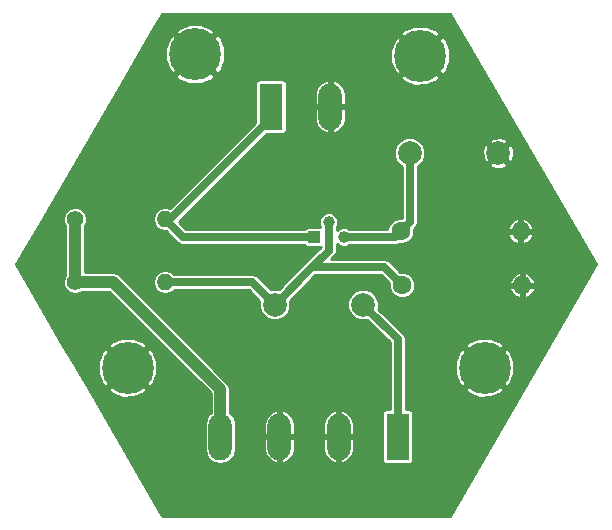
<source format=gtl>
G04 #@! TF.FileFunction,Copper,L1,Top,Mixed*
%FSLAX46Y46*%
G04 Gerber Fmt 4.6, Leading zero omitted, Abs format (unit mm)*
G04 Created by KiCad (PCBNEW 4.0.7) date 05/02/18 12:51:34*
%MOMM*%
%LPD*%
G01*
G04 APERTURE LIST*
%ADD10C,0.100000*%
%ADD11R,1.980000X3.960000*%
%ADD12O,1.980000X3.960000*%
%ADD13C,1.000000*%
%ADD14R,1.000000X1.000000*%
%ADD15C,1.400000*%
%ADD16O,1.400000X1.400000*%
%ADD17C,1.600000*%
%ADD18O,1.600000X1.600000*%
%ADD19C,4.400000*%
%ADD20C,2.000000*%
%ADD21C,0.700000*%
%ADD22C,1.000000*%
%ADD23C,0.254000*%
G04 APERTURE END LIST*
D10*
D11*
X113665000Y-154305000D03*
D12*
X108665000Y-154305000D03*
X98665000Y-154305000D03*
X103665000Y-154305000D03*
D13*
X107823000Y-136144000D03*
X109093000Y-137414000D03*
D14*
X106553000Y-137414000D03*
D15*
X86360000Y-141224000D03*
D16*
X93980000Y-141224000D03*
D17*
X114046000Y-141478000D03*
D18*
X124206000Y-141478000D03*
D15*
X86360000Y-135890000D03*
D16*
X93980000Y-135890000D03*
D17*
X113919000Y-136906000D03*
D18*
X124079000Y-136906000D03*
D11*
X102950000Y-126365000D03*
D12*
X107950000Y-126365000D03*
D19*
X121031000Y-148463000D03*
X90805000Y-148463000D03*
X115570000Y-122047000D03*
D20*
X103244000Y-143129000D03*
X110744000Y-143129000D03*
X122181000Y-130302000D03*
X114681000Y-130302000D03*
D19*
X96520000Y-121920000D03*
D21*
X106426000Y-139947000D02*
X112515000Y-139947000D01*
X112515000Y-139947000D02*
X114046000Y-141478000D01*
X107823000Y-138550000D02*
X106426000Y-139947000D01*
X106426000Y-139947000D02*
X103244000Y-143129000D01*
X107823000Y-136144000D02*
X107823000Y-138550000D01*
X93980000Y-141224000D02*
X101339000Y-141224000D01*
X101339000Y-141224000D02*
X103244000Y-143129000D01*
X113665000Y-153289000D02*
X113665000Y-146050000D01*
X113665000Y-146050000D02*
X110744000Y-143129000D01*
X114681000Y-130302000D02*
X114681000Y-136144000D01*
X114681000Y-136144000D02*
X113919000Y-136906000D01*
X109093000Y-137414000D02*
X113411000Y-137414000D01*
X113411000Y-137414000D02*
X113919000Y-136906000D01*
D22*
X98665000Y-153289000D02*
X98665000Y-150309000D01*
X98665000Y-150309000D02*
X89580000Y-141224000D01*
X89580000Y-141224000D02*
X87349949Y-141224000D01*
X87349949Y-141224000D02*
X86360000Y-141224000D01*
X86360000Y-135890000D02*
X86360000Y-141224000D01*
D21*
X102950000Y-126365000D02*
X102950000Y-127355000D01*
X102950000Y-127355000D02*
X94415000Y-135890000D01*
X94415000Y-135890000D02*
X93980000Y-135890000D01*
X93980000Y-135890000D02*
X95504000Y-137414000D01*
X95504000Y-137414000D02*
X106553000Y-137414000D01*
D23*
G36*
X130472147Y-139700592D02*
X118132226Y-161015000D01*
X93703774Y-161015000D01*
X87508792Y-150314575D01*
X89133030Y-150314575D01*
X89395154Y-150619553D01*
X90327749Y-150994920D01*
X91333002Y-150984825D01*
X92214846Y-150619553D01*
X92476970Y-150314575D01*
X90805000Y-148642605D01*
X89133030Y-150314575D01*
X87508792Y-150314575D01*
X86160524Y-147985749D01*
X88273080Y-147985749D01*
X88283175Y-148991002D01*
X88648447Y-149872846D01*
X88953425Y-150134970D01*
X90625395Y-148463000D01*
X90984605Y-148463000D01*
X92656575Y-150134970D01*
X92961553Y-149872846D01*
X93336920Y-148940251D01*
X93326825Y-147934998D01*
X92961553Y-147053154D01*
X92656575Y-146791030D01*
X90984605Y-148463000D01*
X90625395Y-148463000D01*
X88953425Y-146791030D01*
X88648447Y-147053154D01*
X88273080Y-147985749D01*
X86160524Y-147985749D01*
X85364863Y-146611425D01*
X89133030Y-146611425D01*
X90805000Y-148283395D01*
X92476970Y-146611425D01*
X92214846Y-146306447D01*
X91282251Y-145931080D01*
X90276998Y-145941175D01*
X89395154Y-146306447D01*
X89133030Y-146611425D01*
X85364863Y-146611425D01*
X81363853Y-139700592D01*
X83464519Y-136093387D01*
X85332822Y-136093387D01*
X85488844Y-136470989D01*
X85533000Y-136515222D01*
X85533000Y-140598427D01*
X85489860Y-140641492D01*
X85333179Y-141018821D01*
X85332822Y-141427387D01*
X85488844Y-141804989D01*
X85777492Y-142094140D01*
X86154821Y-142250821D01*
X86563387Y-142251178D01*
X86940989Y-142095156D01*
X86985222Y-142051000D01*
X89237446Y-142051000D01*
X97838000Y-150651554D01*
X97838000Y-152268879D01*
X97733740Y-152338543D01*
X97448251Y-152765809D01*
X97348000Y-153269803D01*
X97348000Y-155340197D01*
X97448251Y-155844191D01*
X97733740Y-156271457D01*
X98161006Y-156556946D01*
X98665000Y-156657197D01*
X99168994Y-156556946D01*
X99596260Y-156271457D01*
X99881749Y-155844191D01*
X99982000Y-155340197D01*
X99982000Y-154432000D01*
X102348000Y-154432000D01*
X102348000Y-155422000D01*
X102496851Y-155916327D01*
X102823543Y-156316063D01*
X103278339Y-156560351D01*
X103334500Y-156569856D01*
X103538000Y-156523704D01*
X103538000Y-154432000D01*
X103792000Y-154432000D01*
X103792000Y-156523704D01*
X103995500Y-156569856D01*
X104051661Y-156560351D01*
X104506457Y-156316063D01*
X104833149Y-155916327D01*
X104982000Y-155422000D01*
X104982000Y-154432000D01*
X107348000Y-154432000D01*
X107348000Y-155422000D01*
X107496851Y-155916327D01*
X107823543Y-156316063D01*
X108278339Y-156560351D01*
X108334500Y-156569856D01*
X108538000Y-156523704D01*
X108538000Y-154432000D01*
X108792000Y-154432000D01*
X108792000Y-156523704D01*
X108995500Y-156569856D01*
X109051661Y-156560351D01*
X109506457Y-156316063D01*
X109833149Y-155916327D01*
X109982000Y-155422000D01*
X109982000Y-154432000D01*
X108792000Y-154432000D01*
X108538000Y-154432000D01*
X107348000Y-154432000D01*
X104982000Y-154432000D01*
X103792000Y-154432000D01*
X103538000Y-154432000D01*
X102348000Y-154432000D01*
X99982000Y-154432000D01*
X99982000Y-153269803D01*
X99965729Y-153188000D01*
X102348000Y-153188000D01*
X102348000Y-154178000D01*
X103538000Y-154178000D01*
X103538000Y-152086296D01*
X103792000Y-152086296D01*
X103792000Y-154178000D01*
X104982000Y-154178000D01*
X104982000Y-153188000D01*
X107348000Y-153188000D01*
X107348000Y-154178000D01*
X108538000Y-154178000D01*
X108538000Y-152086296D01*
X108792000Y-152086296D01*
X108792000Y-154178000D01*
X109982000Y-154178000D01*
X109982000Y-153188000D01*
X109833149Y-152693673D01*
X109506457Y-152293937D01*
X109051661Y-152049649D01*
X108995500Y-152040144D01*
X108792000Y-152086296D01*
X108538000Y-152086296D01*
X108334500Y-152040144D01*
X108278339Y-152049649D01*
X107823543Y-152293937D01*
X107496851Y-152693673D01*
X107348000Y-153188000D01*
X104982000Y-153188000D01*
X104833149Y-152693673D01*
X104506457Y-152293937D01*
X104051661Y-152049649D01*
X103995500Y-152040144D01*
X103792000Y-152086296D01*
X103538000Y-152086296D01*
X103334500Y-152040144D01*
X103278339Y-152049649D01*
X102823543Y-152293937D01*
X102496851Y-152693673D01*
X102348000Y-153188000D01*
X99965729Y-153188000D01*
X99881749Y-152765809D01*
X99596260Y-152338543D01*
X99492000Y-152268879D01*
X99492000Y-150309000D01*
X99429048Y-149992521D01*
X99249777Y-149724223D01*
X90164777Y-140639223D01*
X89896479Y-140459952D01*
X89580000Y-140397000D01*
X87187000Y-140397000D01*
X87187000Y-136515573D01*
X87230140Y-136472508D01*
X87386821Y-136095179D01*
X87387000Y-135890000D01*
X92932880Y-135890000D01*
X93011056Y-136283016D01*
X93233681Y-136616199D01*
X93566864Y-136838824D01*
X93959880Y-136917000D01*
X94000120Y-136917000D01*
X94041372Y-136908794D01*
X95025288Y-137892711D01*
X95072915Y-137924534D01*
X95244923Y-138039466D01*
X95504000Y-138091000D01*
X105778315Y-138091000D01*
X105814012Y-138146474D01*
X105923286Y-138221138D01*
X106053000Y-138247406D01*
X107053000Y-138247406D01*
X107146000Y-138229907D01*
X107146000Y-138269577D01*
X105947292Y-139468286D01*
X105947289Y-139468288D01*
X103582765Y-141832813D01*
X103509115Y-141802231D01*
X102981202Y-141801771D01*
X102905480Y-141833058D01*
X101817711Y-140745289D01*
X101664641Y-140643011D01*
X101598077Y-140598534D01*
X101339000Y-140547000D01*
X94759193Y-140547000D01*
X94726319Y-140497801D01*
X94393136Y-140275176D01*
X94000120Y-140197000D01*
X93959880Y-140197000D01*
X93566864Y-140275176D01*
X93233681Y-140497801D01*
X93011056Y-140830984D01*
X92932880Y-141224000D01*
X93011056Y-141617016D01*
X93233681Y-141950199D01*
X93566864Y-142172824D01*
X93959880Y-142251000D01*
X94000120Y-142251000D01*
X94393136Y-142172824D01*
X94726319Y-141950199D01*
X94759193Y-141901000D01*
X101058578Y-141901000D01*
X101947813Y-142790235D01*
X101917231Y-142863885D01*
X101916771Y-143391798D01*
X102118369Y-143879703D01*
X102491334Y-144253319D01*
X102978885Y-144455769D01*
X103506798Y-144456229D01*
X103994703Y-144254631D01*
X104368319Y-143881666D01*
X104570769Y-143394115D01*
X104570771Y-143391798D01*
X109416771Y-143391798D01*
X109618369Y-143879703D01*
X109991334Y-144253319D01*
X110478885Y-144455769D01*
X111006798Y-144456229D01*
X111082520Y-144424942D01*
X112988000Y-146330422D01*
X112988000Y-151991594D01*
X112675000Y-151991594D01*
X112553821Y-152014395D01*
X112442526Y-152086012D01*
X112367862Y-152195286D01*
X112341594Y-152325000D01*
X112341594Y-156285000D01*
X112364395Y-156406179D01*
X112436012Y-156517474D01*
X112545286Y-156592138D01*
X112675000Y-156618406D01*
X114655000Y-156618406D01*
X114776179Y-156595605D01*
X114887474Y-156523988D01*
X114962138Y-156414714D01*
X114988406Y-156285000D01*
X114988406Y-152325000D01*
X114965605Y-152203821D01*
X114893988Y-152092526D01*
X114784714Y-152017862D01*
X114655000Y-151991594D01*
X114342000Y-151991594D01*
X114342000Y-150314575D01*
X119359030Y-150314575D01*
X119621154Y-150619553D01*
X120553749Y-150994920D01*
X121559002Y-150984825D01*
X122440846Y-150619553D01*
X122702970Y-150314575D01*
X121031000Y-148642605D01*
X119359030Y-150314575D01*
X114342000Y-150314575D01*
X114342000Y-147985749D01*
X118499080Y-147985749D01*
X118509175Y-148991002D01*
X118874447Y-149872846D01*
X119179425Y-150134970D01*
X120851395Y-148463000D01*
X121210605Y-148463000D01*
X122882575Y-150134970D01*
X123187553Y-149872846D01*
X123562920Y-148940251D01*
X123552825Y-147934998D01*
X123187553Y-147053154D01*
X122882575Y-146791030D01*
X121210605Y-148463000D01*
X120851395Y-148463000D01*
X119179425Y-146791030D01*
X118874447Y-147053154D01*
X118499080Y-147985749D01*
X114342000Y-147985749D01*
X114342000Y-146611425D01*
X119359030Y-146611425D01*
X121031000Y-148283395D01*
X122702970Y-146611425D01*
X122440846Y-146306447D01*
X121508251Y-145931080D01*
X120502998Y-145941175D01*
X119621154Y-146306447D01*
X119359030Y-146611425D01*
X114342000Y-146611425D01*
X114342000Y-146050000D01*
X114290466Y-145790923D01*
X114143711Y-145571289D01*
X112040187Y-143467765D01*
X112070769Y-143394115D01*
X112071229Y-142866202D01*
X111869631Y-142378297D01*
X111496666Y-142004681D01*
X111009115Y-141802231D01*
X110481202Y-141801771D01*
X109993297Y-142003369D01*
X109619681Y-142376334D01*
X109417231Y-142863885D01*
X109416771Y-143391798D01*
X104570771Y-143391798D01*
X104571229Y-142866202D01*
X104539942Y-142790481D01*
X106706423Y-140624000D01*
X112234578Y-140624000D01*
X112919147Y-141308569D01*
X112918805Y-141701191D01*
X113090019Y-142115560D01*
X113406772Y-142432867D01*
X113820842Y-142604804D01*
X114269191Y-142605195D01*
X114683560Y-142433981D01*
X115000867Y-142117228D01*
X115141471Y-141778615D01*
X123119833Y-141778615D01*
X123225387Y-142033477D01*
X123512603Y-142366458D01*
X123905383Y-142564180D01*
X124079000Y-142516084D01*
X124079000Y-141605000D01*
X124333000Y-141605000D01*
X124333000Y-142516084D01*
X124506617Y-142564180D01*
X124899397Y-142366458D01*
X125186613Y-142033477D01*
X125292167Y-141778615D01*
X125243506Y-141605000D01*
X124333000Y-141605000D01*
X124079000Y-141605000D01*
X123168494Y-141605000D01*
X123119833Y-141778615D01*
X115141471Y-141778615D01*
X115172804Y-141703158D01*
X115173195Y-141254809D01*
X115141205Y-141177385D01*
X123119833Y-141177385D01*
X123168494Y-141351000D01*
X124079000Y-141351000D01*
X124079000Y-140439916D01*
X124333000Y-140439916D01*
X124333000Y-141351000D01*
X125243506Y-141351000D01*
X125292167Y-141177385D01*
X125186613Y-140922523D01*
X124899397Y-140589542D01*
X124506617Y-140391820D01*
X124333000Y-140439916D01*
X124079000Y-140439916D01*
X123905383Y-140391820D01*
X123512603Y-140589542D01*
X123225387Y-140922523D01*
X123119833Y-141177385D01*
X115141205Y-141177385D01*
X115001981Y-140840440D01*
X114685228Y-140523133D01*
X114271158Y-140351196D01*
X113876274Y-140350852D01*
X112993711Y-139468289D01*
X112862743Y-139380779D01*
X112774077Y-139321534D01*
X112515000Y-139270000D01*
X108060423Y-139270000D01*
X108301711Y-139028712D01*
X108375088Y-138918894D01*
X108448466Y-138809077D01*
X108500000Y-138550000D01*
X108500000Y-137990541D01*
X108623930Y-138114688D01*
X108927778Y-138240856D01*
X109256779Y-138241143D01*
X109560846Y-138115505D01*
X109585394Y-138091000D01*
X113411000Y-138091000D01*
X113670077Y-138039466D01*
X113685334Y-138029271D01*
X113693842Y-138032804D01*
X114142191Y-138033195D01*
X114556560Y-137861981D01*
X114873867Y-137545228D01*
X115014471Y-137206615D01*
X122992833Y-137206615D01*
X123098387Y-137461477D01*
X123385603Y-137794458D01*
X123778383Y-137992180D01*
X123952000Y-137944084D01*
X123952000Y-137033000D01*
X124206000Y-137033000D01*
X124206000Y-137944084D01*
X124379617Y-137992180D01*
X124772397Y-137794458D01*
X125059613Y-137461477D01*
X125165167Y-137206615D01*
X125116506Y-137033000D01*
X124206000Y-137033000D01*
X123952000Y-137033000D01*
X123041494Y-137033000D01*
X122992833Y-137206615D01*
X115014471Y-137206615D01*
X115045804Y-137131158D01*
X115046148Y-136736274D01*
X115159711Y-136622711D01*
X115171287Y-136605385D01*
X122992833Y-136605385D01*
X123041494Y-136779000D01*
X123952000Y-136779000D01*
X123952000Y-135867916D01*
X124206000Y-135867916D01*
X124206000Y-136779000D01*
X125116506Y-136779000D01*
X125165167Y-136605385D01*
X125059613Y-136350523D01*
X124772397Y-136017542D01*
X124379617Y-135819820D01*
X124206000Y-135867916D01*
X123952000Y-135867916D01*
X123778383Y-135819820D01*
X123385603Y-136017542D01*
X123098387Y-136350523D01*
X122992833Y-136605385D01*
X115171287Y-136605385D01*
X115306467Y-136403076D01*
X115358000Y-136144000D01*
X115358000Y-131458084D01*
X115431703Y-131427631D01*
X115573367Y-131286213D01*
X121376392Y-131286213D01*
X121491985Y-131466413D01*
X121990035Y-131641453D01*
X122517157Y-131612572D01*
X122870015Y-131466413D01*
X122985608Y-131286213D01*
X122181000Y-130481605D01*
X121376392Y-131286213D01*
X115573367Y-131286213D01*
X115805319Y-131054666D01*
X116007769Y-130567115D01*
X116008166Y-130111035D01*
X120841547Y-130111035D01*
X120870428Y-130638157D01*
X121016587Y-130991015D01*
X121196787Y-131106608D01*
X122001395Y-130302000D01*
X122360605Y-130302000D01*
X123165213Y-131106608D01*
X123345413Y-130991015D01*
X123520453Y-130492965D01*
X123491572Y-129965843D01*
X123345413Y-129612985D01*
X123165213Y-129497392D01*
X122360605Y-130302000D01*
X122001395Y-130302000D01*
X121196787Y-129497392D01*
X121016587Y-129612985D01*
X120841547Y-130111035D01*
X116008166Y-130111035D01*
X116008229Y-130039202D01*
X115806631Y-129551297D01*
X115573528Y-129317787D01*
X121376392Y-129317787D01*
X122181000Y-130122395D01*
X122985608Y-129317787D01*
X122870015Y-129137587D01*
X122371965Y-128962547D01*
X121844843Y-128991428D01*
X121491985Y-129137587D01*
X121376392Y-129317787D01*
X115573528Y-129317787D01*
X115433666Y-129177681D01*
X114946115Y-128975231D01*
X114418202Y-128974771D01*
X113930297Y-129176369D01*
X113556681Y-129549334D01*
X113354231Y-130036885D01*
X113353771Y-130564798D01*
X113555369Y-131052703D01*
X113928334Y-131426319D01*
X114004000Y-131457738D01*
X114004000Y-135779074D01*
X113695809Y-135778805D01*
X113281440Y-135950019D01*
X112964133Y-136266772D01*
X112792196Y-136680842D01*
X112792147Y-136737000D01*
X109585717Y-136737000D01*
X109562070Y-136713312D01*
X109258222Y-136587144D01*
X108929221Y-136586857D01*
X108625154Y-136712495D01*
X108500000Y-136837430D01*
X108500000Y-136636717D01*
X108523688Y-136613070D01*
X108649856Y-136309222D01*
X108650143Y-135980221D01*
X108524505Y-135676154D01*
X108292070Y-135443312D01*
X107988222Y-135317144D01*
X107659221Y-135316857D01*
X107355154Y-135442495D01*
X107122312Y-135674930D01*
X106996144Y-135978778D01*
X106995857Y-136307779D01*
X107113657Y-136592878D01*
X107053000Y-136580594D01*
X106053000Y-136580594D01*
X105931821Y-136603395D01*
X105820526Y-136675012D01*
X105778171Y-136737000D01*
X95784423Y-136737000D01*
X95154922Y-136107500D01*
X102584016Y-128678406D01*
X103940000Y-128678406D01*
X104061179Y-128655605D01*
X104172474Y-128583988D01*
X104247138Y-128474714D01*
X104273406Y-128345000D01*
X104273406Y-126492000D01*
X106633000Y-126492000D01*
X106633000Y-127482000D01*
X106781851Y-127976327D01*
X107108543Y-128376063D01*
X107563339Y-128620351D01*
X107619500Y-128629856D01*
X107823000Y-128583704D01*
X107823000Y-126492000D01*
X108077000Y-126492000D01*
X108077000Y-128583704D01*
X108280500Y-128629856D01*
X108336661Y-128620351D01*
X108791457Y-128376063D01*
X109118149Y-127976327D01*
X109267000Y-127482000D01*
X109267000Y-126492000D01*
X108077000Y-126492000D01*
X107823000Y-126492000D01*
X106633000Y-126492000D01*
X104273406Y-126492000D01*
X104273406Y-125248000D01*
X106633000Y-125248000D01*
X106633000Y-126238000D01*
X107823000Y-126238000D01*
X107823000Y-124146296D01*
X108077000Y-124146296D01*
X108077000Y-126238000D01*
X109267000Y-126238000D01*
X109267000Y-125248000D01*
X109118149Y-124753673D01*
X108791457Y-124353937D01*
X108336661Y-124109649D01*
X108280500Y-124100144D01*
X108077000Y-124146296D01*
X107823000Y-124146296D01*
X107619500Y-124100144D01*
X107563339Y-124109649D01*
X107108543Y-124353937D01*
X106781851Y-124753673D01*
X106633000Y-125248000D01*
X104273406Y-125248000D01*
X104273406Y-124385000D01*
X104250605Y-124263821D01*
X104178988Y-124152526D01*
X104069714Y-124077862D01*
X103940000Y-124051594D01*
X101960000Y-124051594D01*
X101838821Y-124074395D01*
X101727526Y-124146012D01*
X101652862Y-124255286D01*
X101626594Y-124385000D01*
X101626594Y-127720984D01*
X94401088Y-134946490D01*
X94393136Y-134941176D01*
X94000120Y-134863000D01*
X93959880Y-134863000D01*
X93566864Y-134941176D01*
X93233681Y-135163801D01*
X93011056Y-135496984D01*
X92932880Y-135890000D01*
X87387000Y-135890000D01*
X87387178Y-135686613D01*
X87231156Y-135309011D01*
X86942508Y-135019860D01*
X86565179Y-134863179D01*
X86156613Y-134862822D01*
X85779011Y-135018844D01*
X85489860Y-135307492D01*
X85333179Y-135684821D01*
X85332822Y-136093387D01*
X83464519Y-136093387D01*
X90640162Y-123771575D01*
X94848030Y-123771575D01*
X95110154Y-124076553D01*
X96042749Y-124451920D01*
X97048002Y-124441825D01*
X97929846Y-124076553D01*
X98082815Y-123898575D01*
X113898030Y-123898575D01*
X114160154Y-124203553D01*
X115092749Y-124578920D01*
X116098002Y-124568825D01*
X116979846Y-124203553D01*
X117241970Y-123898575D01*
X115570000Y-122226605D01*
X113898030Y-123898575D01*
X98082815Y-123898575D01*
X98191970Y-123771575D01*
X96520000Y-122099605D01*
X94848030Y-123771575D01*
X90640162Y-123771575D01*
X91996361Y-121442749D01*
X93988080Y-121442749D01*
X93998175Y-122448002D01*
X94363447Y-123329846D01*
X94668425Y-123591970D01*
X96340395Y-121920000D01*
X96699605Y-121920000D01*
X98371575Y-123591970D01*
X98676553Y-123329846D01*
X99051920Y-122397251D01*
X99043611Y-121569749D01*
X113038080Y-121569749D01*
X113048175Y-122575002D01*
X113413447Y-123456846D01*
X113718425Y-123718970D01*
X115390395Y-122047000D01*
X115749605Y-122047000D01*
X117421575Y-123718970D01*
X117726553Y-123456846D01*
X118101920Y-122524251D01*
X118091825Y-121518998D01*
X117726553Y-120637154D01*
X117421575Y-120375030D01*
X115749605Y-122047000D01*
X115390395Y-122047000D01*
X113718425Y-120375030D01*
X113413447Y-120637154D01*
X113038080Y-121569749D01*
X99043611Y-121569749D01*
X99041825Y-121391998D01*
X98676553Y-120510154D01*
X98371575Y-120248030D01*
X96699605Y-121920000D01*
X96340395Y-121920000D01*
X94668425Y-120248030D01*
X94363447Y-120510154D01*
X93988080Y-121442749D01*
X91996361Y-121442749D01*
X92796702Y-120068425D01*
X94848030Y-120068425D01*
X96520000Y-121740395D01*
X98064970Y-120195425D01*
X113898030Y-120195425D01*
X115570000Y-121867395D01*
X117241970Y-120195425D01*
X116979846Y-119890447D01*
X116047251Y-119515080D01*
X115041998Y-119525175D01*
X114160154Y-119890447D01*
X113898030Y-120195425D01*
X98064970Y-120195425D01*
X98191970Y-120068425D01*
X97929846Y-119763447D01*
X96997251Y-119388080D01*
X95991998Y-119398175D01*
X95110154Y-119763447D01*
X94848030Y-120068425D01*
X92796702Y-120068425D01*
X93703092Y-118512000D01*
X118132908Y-118512000D01*
X130472147Y-139700592D01*
X130472147Y-139700592D01*
G37*
X130472147Y-139700592D02*
X118132226Y-161015000D01*
X93703774Y-161015000D01*
X87508792Y-150314575D01*
X89133030Y-150314575D01*
X89395154Y-150619553D01*
X90327749Y-150994920D01*
X91333002Y-150984825D01*
X92214846Y-150619553D01*
X92476970Y-150314575D01*
X90805000Y-148642605D01*
X89133030Y-150314575D01*
X87508792Y-150314575D01*
X86160524Y-147985749D01*
X88273080Y-147985749D01*
X88283175Y-148991002D01*
X88648447Y-149872846D01*
X88953425Y-150134970D01*
X90625395Y-148463000D01*
X90984605Y-148463000D01*
X92656575Y-150134970D01*
X92961553Y-149872846D01*
X93336920Y-148940251D01*
X93326825Y-147934998D01*
X92961553Y-147053154D01*
X92656575Y-146791030D01*
X90984605Y-148463000D01*
X90625395Y-148463000D01*
X88953425Y-146791030D01*
X88648447Y-147053154D01*
X88273080Y-147985749D01*
X86160524Y-147985749D01*
X85364863Y-146611425D01*
X89133030Y-146611425D01*
X90805000Y-148283395D01*
X92476970Y-146611425D01*
X92214846Y-146306447D01*
X91282251Y-145931080D01*
X90276998Y-145941175D01*
X89395154Y-146306447D01*
X89133030Y-146611425D01*
X85364863Y-146611425D01*
X81363853Y-139700592D01*
X83464519Y-136093387D01*
X85332822Y-136093387D01*
X85488844Y-136470989D01*
X85533000Y-136515222D01*
X85533000Y-140598427D01*
X85489860Y-140641492D01*
X85333179Y-141018821D01*
X85332822Y-141427387D01*
X85488844Y-141804989D01*
X85777492Y-142094140D01*
X86154821Y-142250821D01*
X86563387Y-142251178D01*
X86940989Y-142095156D01*
X86985222Y-142051000D01*
X89237446Y-142051000D01*
X97838000Y-150651554D01*
X97838000Y-152268879D01*
X97733740Y-152338543D01*
X97448251Y-152765809D01*
X97348000Y-153269803D01*
X97348000Y-155340197D01*
X97448251Y-155844191D01*
X97733740Y-156271457D01*
X98161006Y-156556946D01*
X98665000Y-156657197D01*
X99168994Y-156556946D01*
X99596260Y-156271457D01*
X99881749Y-155844191D01*
X99982000Y-155340197D01*
X99982000Y-154432000D01*
X102348000Y-154432000D01*
X102348000Y-155422000D01*
X102496851Y-155916327D01*
X102823543Y-156316063D01*
X103278339Y-156560351D01*
X103334500Y-156569856D01*
X103538000Y-156523704D01*
X103538000Y-154432000D01*
X103792000Y-154432000D01*
X103792000Y-156523704D01*
X103995500Y-156569856D01*
X104051661Y-156560351D01*
X104506457Y-156316063D01*
X104833149Y-155916327D01*
X104982000Y-155422000D01*
X104982000Y-154432000D01*
X107348000Y-154432000D01*
X107348000Y-155422000D01*
X107496851Y-155916327D01*
X107823543Y-156316063D01*
X108278339Y-156560351D01*
X108334500Y-156569856D01*
X108538000Y-156523704D01*
X108538000Y-154432000D01*
X108792000Y-154432000D01*
X108792000Y-156523704D01*
X108995500Y-156569856D01*
X109051661Y-156560351D01*
X109506457Y-156316063D01*
X109833149Y-155916327D01*
X109982000Y-155422000D01*
X109982000Y-154432000D01*
X108792000Y-154432000D01*
X108538000Y-154432000D01*
X107348000Y-154432000D01*
X104982000Y-154432000D01*
X103792000Y-154432000D01*
X103538000Y-154432000D01*
X102348000Y-154432000D01*
X99982000Y-154432000D01*
X99982000Y-153269803D01*
X99965729Y-153188000D01*
X102348000Y-153188000D01*
X102348000Y-154178000D01*
X103538000Y-154178000D01*
X103538000Y-152086296D01*
X103792000Y-152086296D01*
X103792000Y-154178000D01*
X104982000Y-154178000D01*
X104982000Y-153188000D01*
X107348000Y-153188000D01*
X107348000Y-154178000D01*
X108538000Y-154178000D01*
X108538000Y-152086296D01*
X108792000Y-152086296D01*
X108792000Y-154178000D01*
X109982000Y-154178000D01*
X109982000Y-153188000D01*
X109833149Y-152693673D01*
X109506457Y-152293937D01*
X109051661Y-152049649D01*
X108995500Y-152040144D01*
X108792000Y-152086296D01*
X108538000Y-152086296D01*
X108334500Y-152040144D01*
X108278339Y-152049649D01*
X107823543Y-152293937D01*
X107496851Y-152693673D01*
X107348000Y-153188000D01*
X104982000Y-153188000D01*
X104833149Y-152693673D01*
X104506457Y-152293937D01*
X104051661Y-152049649D01*
X103995500Y-152040144D01*
X103792000Y-152086296D01*
X103538000Y-152086296D01*
X103334500Y-152040144D01*
X103278339Y-152049649D01*
X102823543Y-152293937D01*
X102496851Y-152693673D01*
X102348000Y-153188000D01*
X99965729Y-153188000D01*
X99881749Y-152765809D01*
X99596260Y-152338543D01*
X99492000Y-152268879D01*
X99492000Y-150309000D01*
X99429048Y-149992521D01*
X99249777Y-149724223D01*
X90164777Y-140639223D01*
X89896479Y-140459952D01*
X89580000Y-140397000D01*
X87187000Y-140397000D01*
X87187000Y-136515573D01*
X87230140Y-136472508D01*
X87386821Y-136095179D01*
X87387000Y-135890000D01*
X92932880Y-135890000D01*
X93011056Y-136283016D01*
X93233681Y-136616199D01*
X93566864Y-136838824D01*
X93959880Y-136917000D01*
X94000120Y-136917000D01*
X94041372Y-136908794D01*
X95025288Y-137892711D01*
X95072915Y-137924534D01*
X95244923Y-138039466D01*
X95504000Y-138091000D01*
X105778315Y-138091000D01*
X105814012Y-138146474D01*
X105923286Y-138221138D01*
X106053000Y-138247406D01*
X107053000Y-138247406D01*
X107146000Y-138229907D01*
X107146000Y-138269577D01*
X105947292Y-139468286D01*
X105947289Y-139468288D01*
X103582765Y-141832813D01*
X103509115Y-141802231D01*
X102981202Y-141801771D01*
X102905480Y-141833058D01*
X101817711Y-140745289D01*
X101664641Y-140643011D01*
X101598077Y-140598534D01*
X101339000Y-140547000D01*
X94759193Y-140547000D01*
X94726319Y-140497801D01*
X94393136Y-140275176D01*
X94000120Y-140197000D01*
X93959880Y-140197000D01*
X93566864Y-140275176D01*
X93233681Y-140497801D01*
X93011056Y-140830984D01*
X92932880Y-141224000D01*
X93011056Y-141617016D01*
X93233681Y-141950199D01*
X93566864Y-142172824D01*
X93959880Y-142251000D01*
X94000120Y-142251000D01*
X94393136Y-142172824D01*
X94726319Y-141950199D01*
X94759193Y-141901000D01*
X101058578Y-141901000D01*
X101947813Y-142790235D01*
X101917231Y-142863885D01*
X101916771Y-143391798D01*
X102118369Y-143879703D01*
X102491334Y-144253319D01*
X102978885Y-144455769D01*
X103506798Y-144456229D01*
X103994703Y-144254631D01*
X104368319Y-143881666D01*
X104570769Y-143394115D01*
X104570771Y-143391798D01*
X109416771Y-143391798D01*
X109618369Y-143879703D01*
X109991334Y-144253319D01*
X110478885Y-144455769D01*
X111006798Y-144456229D01*
X111082520Y-144424942D01*
X112988000Y-146330422D01*
X112988000Y-151991594D01*
X112675000Y-151991594D01*
X112553821Y-152014395D01*
X112442526Y-152086012D01*
X112367862Y-152195286D01*
X112341594Y-152325000D01*
X112341594Y-156285000D01*
X112364395Y-156406179D01*
X112436012Y-156517474D01*
X112545286Y-156592138D01*
X112675000Y-156618406D01*
X114655000Y-156618406D01*
X114776179Y-156595605D01*
X114887474Y-156523988D01*
X114962138Y-156414714D01*
X114988406Y-156285000D01*
X114988406Y-152325000D01*
X114965605Y-152203821D01*
X114893988Y-152092526D01*
X114784714Y-152017862D01*
X114655000Y-151991594D01*
X114342000Y-151991594D01*
X114342000Y-150314575D01*
X119359030Y-150314575D01*
X119621154Y-150619553D01*
X120553749Y-150994920D01*
X121559002Y-150984825D01*
X122440846Y-150619553D01*
X122702970Y-150314575D01*
X121031000Y-148642605D01*
X119359030Y-150314575D01*
X114342000Y-150314575D01*
X114342000Y-147985749D01*
X118499080Y-147985749D01*
X118509175Y-148991002D01*
X118874447Y-149872846D01*
X119179425Y-150134970D01*
X120851395Y-148463000D01*
X121210605Y-148463000D01*
X122882575Y-150134970D01*
X123187553Y-149872846D01*
X123562920Y-148940251D01*
X123552825Y-147934998D01*
X123187553Y-147053154D01*
X122882575Y-146791030D01*
X121210605Y-148463000D01*
X120851395Y-148463000D01*
X119179425Y-146791030D01*
X118874447Y-147053154D01*
X118499080Y-147985749D01*
X114342000Y-147985749D01*
X114342000Y-146611425D01*
X119359030Y-146611425D01*
X121031000Y-148283395D01*
X122702970Y-146611425D01*
X122440846Y-146306447D01*
X121508251Y-145931080D01*
X120502998Y-145941175D01*
X119621154Y-146306447D01*
X119359030Y-146611425D01*
X114342000Y-146611425D01*
X114342000Y-146050000D01*
X114290466Y-145790923D01*
X114143711Y-145571289D01*
X112040187Y-143467765D01*
X112070769Y-143394115D01*
X112071229Y-142866202D01*
X111869631Y-142378297D01*
X111496666Y-142004681D01*
X111009115Y-141802231D01*
X110481202Y-141801771D01*
X109993297Y-142003369D01*
X109619681Y-142376334D01*
X109417231Y-142863885D01*
X109416771Y-143391798D01*
X104570771Y-143391798D01*
X104571229Y-142866202D01*
X104539942Y-142790481D01*
X106706423Y-140624000D01*
X112234578Y-140624000D01*
X112919147Y-141308569D01*
X112918805Y-141701191D01*
X113090019Y-142115560D01*
X113406772Y-142432867D01*
X113820842Y-142604804D01*
X114269191Y-142605195D01*
X114683560Y-142433981D01*
X115000867Y-142117228D01*
X115141471Y-141778615D01*
X123119833Y-141778615D01*
X123225387Y-142033477D01*
X123512603Y-142366458D01*
X123905383Y-142564180D01*
X124079000Y-142516084D01*
X124079000Y-141605000D01*
X124333000Y-141605000D01*
X124333000Y-142516084D01*
X124506617Y-142564180D01*
X124899397Y-142366458D01*
X125186613Y-142033477D01*
X125292167Y-141778615D01*
X125243506Y-141605000D01*
X124333000Y-141605000D01*
X124079000Y-141605000D01*
X123168494Y-141605000D01*
X123119833Y-141778615D01*
X115141471Y-141778615D01*
X115172804Y-141703158D01*
X115173195Y-141254809D01*
X115141205Y-141177385D01*
X123119833Y-141177385D01*
X123168494Y-141351000D01*
X124079000Y-141351000D01*
X124079000Y-140439916D01*
X124333000Y-140439916D01*
X124333000Y-141351000D01*
X125243506Y-141351000D01*
X125292167Y-141177385D01*
X125186613Y-140922523D01*
X124899397Y-140589542D01*
X124506617Y-140391820D01*
X124333000Y-140439916D01*
X124079000Y-140439916D01*
X123905383Y-140391820D01*
X123512603Y-140589542D01*
X123225387Y-140922523D01*
X123119833Y-141177385D01*
X115141205Y-141177385D01*
X115001981Y-140840440D01*
X114685228Y-140523133D01*
X114271158Y-140351196D01*
X113876274Y-140350852D01*
X112993711Y-139468289D01*
X112862743Y-139380779D01*
X112774077Y-139321534D01*
X112515000Y-139270000D01*
X108060423Y-139270000D01*
X108301711Y-139028712D01*
X108375088Y-138918894D01*
X108448466Y-138809077D01*
X108500000Y-138550000D01*
X108500000Y-137990541D01*
X108623930Y-138114688D01*
X108927778Y-138240856D01*
X109256779Y-138241143D01*
X109560846Y-138115505D01*
X109585394Y-138091000D01*
X113411000Y-138091000D01*
X113670077Y-138039466D01*
X113685334Y-138029271D01*
X113693842Y-138032804D01*
X114142191Y-138033195D01*
X114556560Y-137861981D01*
X114873867Y-137545228D01*
X115014471Y-137206615D01*
X122992833Y-137206615D01*
X123098387Y-137461477D01*
X123385603Y-137794458D01*
X123778383Y-137992180D01*
X123952000Y-137944084D01*
X123952000Y-137033000D01*
X124206000Y-137033000D01*
X124206000Y-137944084D01*
X124379617Y-137992180D01*
X124772397Y-137794458D01*
X125059613Y-137461477D01*
X125165167Y-137206615D01*
X125116506Y-137033000D01*
X124206000Y-137033000D01*
X123952000Y-137033000D01*
X123041494Y-137033000D01*
X122992833Y-137206615D01*
X115014471Y-137206615D01*
X115045804Y-137131158D01*
X115046148Y-136736274D01*
X115159711Y-136622711D01*
X115171287Y-136605385D01*
X122992833Y-136605385D01*
X123041494Y-136779000D01*
X123952000Y-136779000D01*
X123952000Y-135867916D01*
X124206000Y-135867916D01*
X124206000Y-136779000D01*
X125116506Y-136779000D01*
X125165167Y-136605385D01*
X125059613Y-136350523D01*
X124772397Y-136017542D01*
X124379617Y-135819820D01*
X124206000Y-135867916D01*
X123952000Y-135867916D01*
X123778383Y-135819820D01*
X123385603Y-136017542D01*
X123098387Y-136350523D01*
X122992833Y-136605385D01*
X115171287Y-136605385D01*
X115306467Y-136403076D01*
X115358000Y-136144000D01*
X115358000Y-131458084D01*
X115431703Y-131427631D01*
X115573367Y-131286213D01*
X121376392Y-131286213D01*
X121491985Y-131466413D01*
X121990035Y-131641453D01*
X122517157Y-131612572D01*
X122870015Y-131466413D01*
X122985608Y-131286213D01*
X122181000Y-130481605D01*
X121376392Y-131286213D01*
X115573367Y-131286213D01*
X115805319Y-131054666D01*
X116007769Y-130567115D01*
X116008166Y-130111035D01*
X120841547Y-130111035D01*
X120870428Y-130638157D01*
X121016587Y-130991015D01*
X121196787Y-131106608D01*
X122001395Y-130302000D01*
X122360605Y-130302000D01*
X123165213Y-131106608D01*
X123345413Y-130991015D01*
X123520453Y-130492965D01*
X123491572Y-129965843D01*
X123345413Y-129612985D01*
X123165213Y-129497392D01*
X122360605Y-130302000D01*
X122001395Y-130302000D01*
X121196787Y-129497392D01*
X121016587Y-129612985D01*
X120841547Y-130111035D01*
X116008166Y-130111035D01*
X116008229Y-130039202D01*
X115806631Y-129551297D01*
X115573528Y-129317787D01*
X121376392Y-129317787D01*
X122181000Y-130122395D01*
X122985608Y-129317787D01*
X122870015Y-129137587D01*
X122371965Y-128962547D01*
X121844843Y-128991428D01*
X121491985Y-129137587D01*
X121376392Y-129317787D01*
X115573528Y-129317787D01*
X115433666Y-129177681D01*
X114946115Y-128975231D01*
X114418202Y-128974771D01*
X113930297Y-129176369D01*
X113556681Y-129549334D01*
X113354231Y-130036885D01*
X113353771Y-130564798D01*
X113555369Y-131052703D01*
X113928334Y-131426319D01*
X114004000Y-131457738D01*
X114004000Y-135779074D01*
X113695809Y-135778805D01*
X113281440Y-135950019D01*
X112964133Y-136266772D01*
X112792196Y-136680842D01*
X112792147Y-136737000D01*
X109585717Y-136737000D01*
X109562070Y-136713312D01*
X109258222Y-136587144D01*
X108929221Y-136586857D01*
X108625154Y-136712495D01*
X108500000Y-136837430D01*
X108500000Y-136636717D01*
X108523688Y-136613070D01*
X108649856Y-136309222D01*
X108650143Y-135980221D01*
X108524505Y-135676154D01*
X108292070Y-135443312D01*
X107988222Y-135317144D01*
X107659221Y-135316857D01*
X107355154Y-135442495D01*
X107122312Y-135674930D01*
X106996144Y-135978778D01*
X106995857Y-136307779D01*
X107113657Y-136592878D01*
X107053000Y-136580594D01*
X106053000Y-136580594D01*
X105931821Y-136603395D01*
X105820526Y-136675012D01*
X105778171Y-136737000D01*
X95784423Y-136737000D01*
X95154922Y-136107500D01*
X102584016Y-128678406D01*
X103940000Y-128678406D01*
X104061179Y-128655605D01*
X104172474Y-128583988D01*
X104247138Y-128474714D01*
X104273406Y-128345000D01*
X104273406Y-126492000D01*
X106633000Y-126492000D01*
X106633000Y-127482000D01*
X106781851Y-127976327D01*
X107108543Y-128376063D01*
X107563339Y-128620351D01*
X107619500Y-128629856D01*
X107823000Y-128583704D01*
X107823000Y-126492000D01*
X108077000Y-126492000D01*
X108077000Y-128583704D01*
X108280500Y-128629856D01*
X108336661Y-128620351D01*
X108791457Y-128376063D01*
X109118149Y-127976327D01*
X109267000Y-127482000D01*
X109267000Y-126492000D01*
X108077000Y-126492000D01*
X107823000Y-126492000D01*
X106633000Y-126492000D01*
X104273406Y-126492000D01*
X104273406Y-125248000D01*
X106633000Y-125248000D01*
X106633000Y-126238000D01*
X107823000Y-126238000D01*
X107823000Y-124146296D01*
X108077000Y-124146296D01*
X108077000Y-126238000D01*
X109267000Y-126238000D01*
X109267000Y-125248000D01*
X109118149Y-124753673D01*
X108791457Y-124353937D01*
X108336661Y-124109649D01*
X108280500Y-124100144D01*
X108077000Y-124146296D01*
X107823000Y-124146296D01*
X107619500Y-124100144D01*
X107563339Y-124109649D01*
X107108543Y-124353937D01*
X106781851Y-124753673D01*
X106633000Y-125248000D01*
X104273406Y-125248000D01*
X104273406Y-124385000D01*
X104250605Y-124263821D01*
X104178988Y-124152526D01*
X104069714Y-124077862D01*
X103940000Y-124051594D01*
X101960000Y-124051594D01*
X101838821Y-124074395D01*
X101727526Y-124146012D01*
X101652862Y-124255286D01*
X101626594Y-124385000D01*
X101626594Y-127720984D01*
X94401088Y-134946490D01*
X94393136Y-134941176D01*
X94000120Y-134863000D01*
X93959880Y-134863000D01*
X93566864Y-134941176D01*
X93233681Y-135163801D01*
X93011056Y-135496984D01*
X92932880Y-135890000D01*
X87387000Y-135890000D01*
X87387178Y-135686613D01*
X87231156Y-135309011D01*
X86942508Y-135019860D01*
X86565179Y-134863179D01*
X86156613Y-134862822D01*
X85779011Y-135018844D01*
X85489860Y-135307492D01*
X85333179Y-135684821D01*
X85332822Y-136093387D01*
X83464519Y-136093387D01*
X90640162Y-123771575D01*
X94848030Y-123771575D01*
X95110154Y-124076553D01*
X96042749Y-124451920D01*
X97048002Y-124441825D01*
X97929846Y-124076553D01*
X98082815Y-123898575D01*
X113898030Y-123898575D01*
X114160154Y-124203553D01*
X115092749Y-124578920D01*
X116098002Y-124568825D01*
X116979846Y-124203553D01*
X117241970Y-123898575D01*
X115570000Y-122226605D01*
X113898030Y-123898575D01*
X98082815Y-123898575D01*
X98191970Y-123771575D01*
X96520000Y-122099605D01*
X94848030Y-123771575D01*
X90640162Y-123771575D01*
X91996361Y-121442749D01*
X93988080Y-121442749D01*
X93998175Y-122448002D01*
X94363447Y-123329846D01*
X94668425Y-123591970D01*
X96340395Y-121920000D01*
X96699605Y-121920000D01*
X98371575Y-123591970D01*
X98676553Y-123329846D01*
X99051920Y-122397251D01*
X99043611Y-121569749D01*
X113038080Y-121569749D01*
X113048175Y-122575002D01*
X113413447Y-123456846D01*
X113718425Y-123718970D01*
X115390395Y-122047000D01*
X115749605Y-122047000D01*
X117421575Y-123718970D01*
X117726553Y-123456846D01*
X118101920Y-122524251D01*
X118091825Y-121518998D01*
X117726553Y-120637154D01*
X117421575Y-120375030D01*
X115749605Y-122047000D01*
X115390395Y-122047000D01*
X113718425Y-120375030D01*
X113413447Y-120637154D01*
X113038080Y-121569749D01*
X99043611Y-121569749D01*
X99041825Y-121391998D01*
X98676553Y-120510154D01*
X98371575Y-120248030D01*
X96699605Y-121920000D01*
X96340395Y-121920000D01*
X94668425Y-120248030D01*
X94363447Y-120510154D01*
X93988080Y-121442749D01*
X91996361Y-121442749D01*
X92796702Y-120068425D01*
X94848030Y-120068425D01*
X96520000Y-121740395D01*
X98064970Y-120195425D01*
X113898030Y-120195425D01*
X115570000Y-121867395D01*
X117241970Y-120195425D01*
X116979846Y-119890447D01*
X116047251Y-119515080D01*
X115041998Y-119525175D01*
X114160154Y-119890447D01*
X113898030Y-120195425D01*
X98064970Y-120195425D01*
X98191970Y-120068425D01*
X97929846Y-119763447D01*
X96997251Y-119388080D01*
X95991998Y-119398175D01*
X95110154Y-119763447D01*
X94848030Y-120068425D01*
X92796702Y-120068425D01*
X93703092Y-118512000D01*
X118132908Y-118512000D01*
X130472147Y-139700592D01*
M02*

</source>
